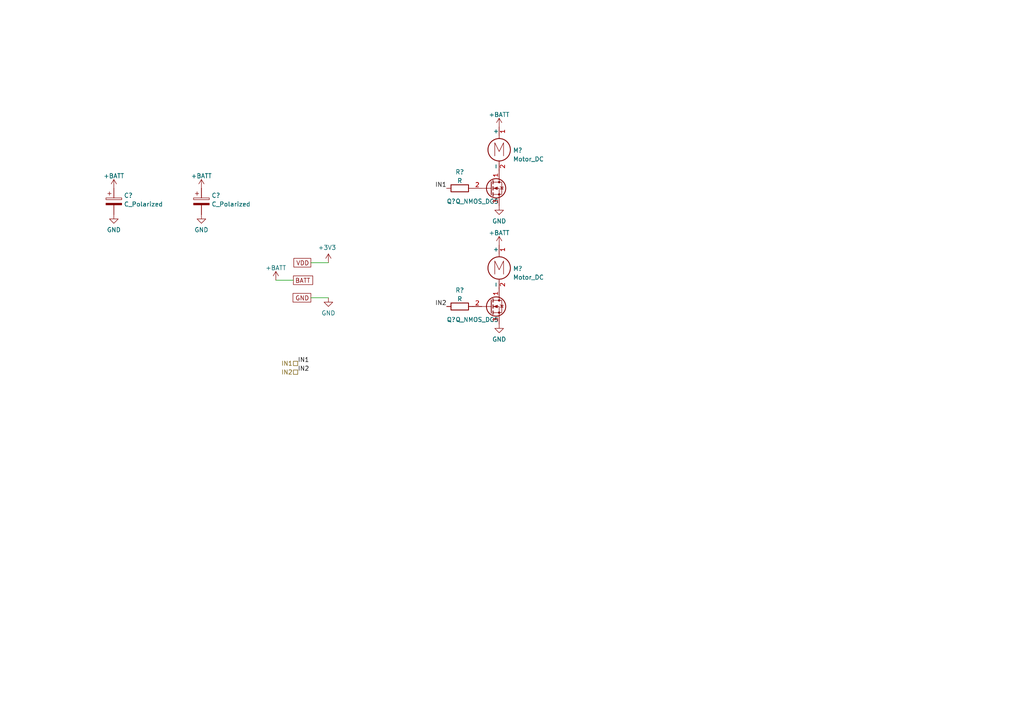
<source format=kicad_sch>
(kicad_sch (version 20211123) (generator eeschema)
  (paper "A4")
  (lib_symbols
    (symbol "Device:C_Polarized" (pin_numbers hide) (pin_names (offset 0.254))
      (property "Reference" "C" (at 0.635 2.54 0))
      (property "Value" "C_Polarized" (at 0.635 -2.54 0))
      (symbol "C_Polarized_0_1"
        (rectangle (start -2.286 0.508) (end 2.286 1.016))
        (polyline (pts (xy -1.778 2.286) (xy -0.762 2.286)))
        (polyline (pts (xy -1.27 2.794) (xy -1.27 1.778)))
        (rectangle (start 2.286 -0.508) (end -2.286 -1.016) (fill (type outline)))
      )
      (symbol "C_Polarized_1_1"
        (pin passive line (at 0 3.81 270) (length 2.794) (name "~") (number "1"))
        (pin passive line (at 0 -3.81 90) (length 2.794) (name "~") (number "2"))
      )
    )
    (symbol "Device:Q_NMOS_DGS" (pin_names (offset 0) hide)
      (property "Reference" "Q" (at 5.08 1.27 0))
      (property "Value" "Q_NMOS_DGS" (at 5.08 -1.27 0))
      (symbol "Q_NMOS_DGS_0_1"
        (polyline (pts (xy 0.254 0) (xy -2.54 0)))
        (polyline (pts (xy 0.254 1.905) (xy 0.254 -1.905)) (stroke (width 0.254)))
        (polyline (pts (xy 0.762 -1.27) (xy 0.762 -2.286)) (stroke (width 0.254)))
        (polyline (pts (xy 0.762 0.508) (xy 0.762 -0.508)) (stroke (width 0.254)))
        (polyline (pts (xy 0.762 2.286) (xy 0.762 1.27)) (stroke (width 0.254)))
        (polyline (pts (xy 2.54 2.54) (xy 2.54 1.778)))
        (polyline (pts (xy 2.54 -2.54) (xy 2.54 0) (xy 0.762 0)))
        (polyline (pts (xy 0.762 -1.778) (xy 3.302 -1.778) (xy 3.302 1.778) (xy 0.762 1.778)))
        (polyline (pts (xy 1.016 0) (xy 2.032 0.381) (xy 2.032 -0.381) (xy 1.016 0)) (fill (type outline)))
        (polyline (pts (xy 2.794 0.508) (xy 2.921 0.381) (xy 3.683 0.381) (xy 3.81 0.254)))
        (polyline (pts (xy 3.302 0.381) (xy 2.921 -0.254) (xy 3.683 -0.254) (xy 3.302 0.381)))
        (circle (center 1.651 0) (radius 2.794) (stroke (width 0.254)))
        (circle (center 2.54 -1.778) (radius 0.254) (fill (type outline)))
        (circle (center 2.54 1.778) (radius 0.254) (fill (type outline)))
      )
      (symbol "Q_NMOS_DGS_1_1"
        (pin passive line (at 2.54 5.08 270) (length 2.54) (name "D") (number "1"))
        (pin input line (at -5.08 0 0) (length 2.54) (name "G") (number "2"))
        (pin passive line (at 2.54 -5.08 90) (length 2.54) (name "S") (number "3"))
      )
    )
    (symbol "Device:R" (pin_numbers hide) (pin_names (offset 0))
      (property "Reference" "R" (at 2.032 0 90))
      (property "Value" "R" (at 0 0 90))
      (symbol "R_0_1"
        (rectangle (start -1.016 -2.54) (end 1.016 2.54) (stroke (width 0.254)))
      )
      (symbol "R_1_1"
        (pin passive line (at 0 3.81 270) (length 1.27) (name "~") (number "1"))
        (pin passive line (at 0 -3.81 90) (length 1.27) (name "~") (number "2"))
      )
    )
    (symbol "Motor:Motor_DC" (pin_names (offset 0))
      (property "Reference" "M" (at 2.54 2.54 0))
      (property "Value" "Motor_DC" (at 2.54 -5.08 0))
      (symbol "Motor_DC_0_0"
        (polyline (pts (xy -1.27 -3.302) (xy -1.27 0.508) (xy 0 -2.032) (xy 1.27 0.508) (xy 1.27 -3.302)))
      )
      (symbol "Motor_DC_0_1"
        (circle (center 0 -1.524) (radius 3.2512) (stroke (width 0.254)))
        (polyline (pts (xy 0 -7.62) (xy 0 -7.112)))
        (polyline (pts (xy 0 -4.7752) (xy 0 -5.1816)))
        (polyline (pts (xy 0 1.7272) (xy 0 2.0828)))
        (polyline (pts (xy 0 2.032) (xy 0 2.54)))
      )
      (symbol "Motor_DC_1_1"
        (pin passive line (at 0 5.08 270) (length 2.54) (name "+") (number "1"))
        (pin passive line (at 0 -7.62 90) (length 2.54) (name "-") (number "2"))
      )
    )
    (symbol "power:+3V3" (power) (pin_names (offset 0))
      (property "Value" "+3V3" (at 0 3.556 0))
      (symbol "+3V3_0_1"
        (polyline (pts (xy -0.762 1.27) (xy 0 2.54)))
        (polyline (pts (xy 0 0) (xy 0 2.54)))
        (polyline (pts (xy 0 2.54) (xy 0.762 1.27)))
      )
      (symbol "+3V3_1_1"
        (pin power_in line (at 0 0 90) (length 0) hide (name "+3V3") (number "1"))
      )
    )
    (symbol "power:+BATT" (power) (pin_names (offset 0))
      (property "Value" "+BATT" (at 0 3.556 0))
      (symbol "+BATT_0_1"
        (polyline (pts (xy -0.762 1.27) (xy 0 2.54)))
        (polyline (pts (xy 0 0) (xy 0 2.54)))
        (polyline (pts (xy 0 2.54) (xy 0.762 1.27)))
      )
      (symbol "+BATT_1_1"
        (pin power_in line (at 0 0 90) (length 0) hide (name "+BATT") (number "1"))
      )
    )
    (symbol "power:GND" (power) (pin_names (offset 0))
      (property "Value" "GND" (at 0 -3.81 0))
      (symbol "GND_0_1"
        (polyline (pts (xy 0 0) (xy 0 -1.27) (xy 1.27 -1.27) (xy 0 -2.54) (xy -1.27 -1.27) (xy 0 -1.27)))
      )
      (symbol "GND_1_1"
        (pin power_in line (at 0 0 270) (length 0) hide (name "GND") (number "1"))
      )
    )
  )
  (wire (pts (xy 80.01 81.28) (xy 85.09 81.28)))
  (wire (pts (xy 90.17 76.2) (xy 95.25 76.2)))
  (wire (pts (xy 90.17 86.36) (xy 95.25 86.36)))
  (label "IN1" (at 86.36 105.41 0))
  (label "IN1" (at 129.54 54.61 180))
  (label "IN2" (at 86.36 107.95 0))
  (label "IN2" (at 129.54 88.9 180))
  (global_label "VDD" (shape passive) (at 90.17 76.2 180) (property "Intersheet References" "${INTERSHEET_REFS}" (effects hide)))
  (global_label "GND" (shape passive) (at 90.17 86.36 180) (property "Intersheet References" "${INTERSHEET_REFS}" (effects hide)))
  (global_label "BATT" (shape passive) (at 85.09 81.28 0) (property "Intersheet References" "${INTERSHEET_REFS}" (effects hide)))
  (hierarchical_label "IN1" (shape passive) (at 86.36 105.41 180))
  (hierarchical_label "IN2" (shape passive) (at 86.36 107.95 180))
  (symbol (lib_id "power:+BATT") (at 144.78 71.12 0)
    (property "Reference" "#PWR?" (effects hide))
    (property "Value" "+BATT" (at 144.78 67.5442 0))
  )
  (symbol (lib_id "power:+BATT") (at 80.01 81.28 0)
    (property "Reference" "#PWR?" (effects hide))
    (property "Value" "+BATT" (at 80.01 77.7042 0))
  )
  (symbol (lib_id "power:GND") (at 33.02 62.23 0) (mirror y)
    (property "Reference" "#PWR?" (effects hide))
    (property "Value" "GND" (at 33.02 66.6734 0))
  )
  (symbol (lib_id "power:GND") (at 95.25 86.36 0) (mirror y)
    (property "Reference" "#PWR?" (effects hide))
    (property "Value" "GND" (at 95.25 90.8034 0))
  )
  (symbol (lib_id "power:+3V3") (at 95.25 76.2 0) (mirror y)
    (property "Reference" "#PWR?" (effects hide))
    (property "Value" "+3V3" (at 94.869 71.8058 0))
  )
  (symbol (lib_id "power:+BATT") (at 33.02 54.61 0)
    (property "Reference" "#PWR?" (effects hide))
    (property "Value" "+BATT" (at 33.02 51.0342 0))
  )
  (symbol (lib_id "Motor:Motor_DC") (at 144.78 76.2 0) (mirror y)
    (property "Reference" "M?" (at 148.7932 77.9053 0) (effects (justify right)))
    (property "Value" "Motor_DC" (at 148.7932 80.4422 0) (effects (justify right)))
  )
  (symbol (lib_id "Device:C_Polarized") (at 58.42 58.42 0)
    (property "Reference" "C?" (at 61.341 56.6963 0) (effects (justify left)))
    (property "Value" "C_Polarized" (at 61.341 59.2332 0) (effects (justify left)))
  )
  (symbol (lib_id "power:GND") (at 144.78 59.69 0) (mirror y)
    (property "Reference" "#PWR?" (effects hide))
    (property "Value" "GND" (at 144.78 64.1334 0))
  )
  (symbol (lib_id "Device:Q_NMOS_DGS") (at 142.24 54.61 0)
    (property "Reference" "Q?" (at 129.54 58.42 0) (effects (justify left)))
    (property "Value" "Q_NMOS_DGS" (at 132.08 58.42 0) (effects (justify left)))
  )
  (symbol (lib_id "power:GND") (at 58.42 62.23 0) (mirror y)
    (property "Reference" "#PWR?" (effects hide))
    (property "Value" "GND" (at 58.42 66.6734 0))
  )
  (symbol (lib_id "power:GND") (at 144.78 93.98 0) (mirror y)
    (property "Reference" "#PWR?" (effects hide))
    (property "Value" "GND" (at 144.78 98.4234 0))
  )
  (symbol (lib_id "power:+BATT") (at 58.42 54.61 0)
    (property "Reference" "#PWR?" (effects hide))
    (property "Value" "+BATT" (at 58.42 51.0342 0))
  )
  (symbol (lib_id "Device:R") (at 133.35 54.61 90)
    (property "Reference" "R?" (at 133.35 49.8942 90))
    (property "Value" "R" (at 133.35 52.4311 90))
  )
  (symbol (lib_id "Device:C_Polarized") (at 33.02 58.42 0)
    (property "Reference" "C?" (at 35.941 56.6963 0) (effects (justify left)))
    (property "Value" "C_Polarized" (at 35.941 59.2332 0) (effects (justify left)))
  )
  (symbol (lib_id "Motor:Motor_DC") (at 144.78 41.91 0) (mirror y)
    (property "Reference" "M?" (at 148.7932 43.6153 0) (effects (justify right)))
    (property "Value" "Motor_DC" (at 148.7932 46.1522 0) (effects (justify right)))
  )
  (symbol (lib_id "power:+BATT") (at 144.78 36.83 0)
    (property "Reference" "#PWR?" (effects hide))
    (property "Value" "+BATT" (at 144.78 33.2542 0))
  )
  (symbol (lib_id "Device:Q_NMOS_DGS") (at 142.24 88.9 0)
    (property "Reference" "Q?" (at 129.54 92.71 0) (effects (justify left)))
    (property "Value" "Q_NMOS_DGS" (at 132.08 92.71 0) (effects (justify left)))
  )
  (symbol (lib_id "Device:R") (at 133.35 88.9 90)
    (property "Reference" "R?" (at 133.35 84.1842 90))
    (property "Value" "R" (at 133.35 86.7211 90))
  )
)
</source>
